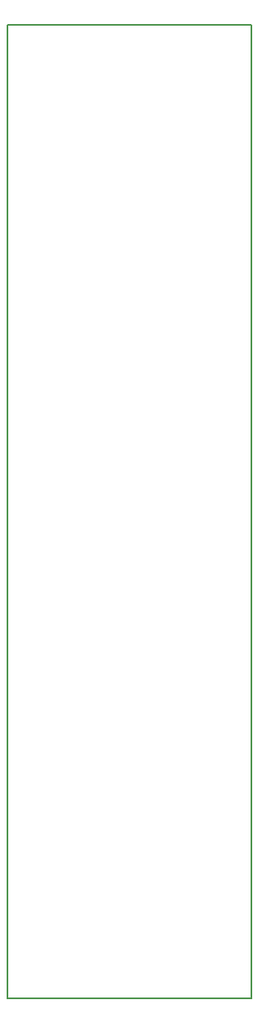
<source format=gbr>
%TF.GenerationSoftware,KiCad,Pcbnew,(5.0.1)-3*%
%TF.CreationDate,2020-04-22T20:28:29+01:00*%
%TF.ProjectId,Front,46726F6E742E6B696361645F70636200,rev?*%
%TF.SameCoordinates,Original*%
%TF.FileFunction,Profile,NP*%
%FSLAX46Y46*%
G04 Gerber Fmt 4.6, Leading zero omitted, Abs format (unit mm)*
G04 Created by KiCad (PCBNEW (5.0.1)-3) date 22/04/2020 20:28:29*
%MOMM*%
%LPD*%
G01*
G04 APERTURE LIST*
%ADD10C,0.200000*%
G04 APERTURE END LIST*
D10*
X25000000Y-119500000D02*
X25000000Y-20000000D01*
X50000000Y-119500000D02*
X25000000Y-119500000D01*
X50000000Y-20000000D02*
X50000000Y-119500000D01*
X25000000Y-20000000D02*
X50000000Y-20000000D01*
M02*

</source>
